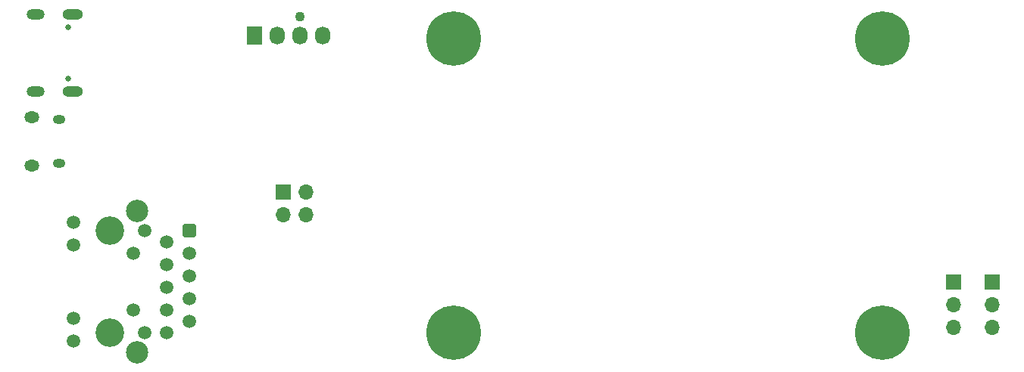
<source format=gbr>
%TF.GenerationSoftware,KiCad,Pcbnew,8.0.4*%
%TF.CreationDate,2024-11-24T01:25:27+11:00*%
%TF.ProjectId,cm4-bare-minimum,636d342d-6261-4726-952d-6d696e696d75,V0.1*%
%TF.SameCoordinates,Original*%
%TF.FileFunction,Soldermask,Bot*%
%TF.FilePolarity,Negative*%
%FSLAX46Y46*%
G04 Gerber Fmt 4.6, Leading zero omitted, Abs format (unit mm)*
G04 Created by KiCad (PCBNEW 8.0.4) date 2024-11-24 01:25:27*
%MOMM*%
%LPD*%
G01*
G04 APERTURE LIST*
G04 Aperture macros list*
%AMRoundRect*
0 Rectangle with rounded corners*
0 $1 Rounding radius*
0 $2 $3 $4 $5 $6 $7 $8 $9 X,Y pos of 4 corners*
0 Add a 4 corners polygon primitive as box body*
4,1,4,$2,$3,$4,$5,$6,$7,$8,$9,$2,$3,0*
0 Add four circle primitives for the rounded corners*
1,1,$1+$1,$2,$3*
1,1,$1+$1,$4,$5*
1,1,$1+$1,$6,$7*
1,1,$1+$1,$8,$9*
0 Add four rect primitives between the rounded corners*
20,1,$1+$1,$2,$3,$4,$5,0*
20,1,$1+$1,$4,$5,$6,$7,0*
20,1,$1+$1,$6,$7,$8,$9,0*
20,1,$1+$1,$8,$9,$2,$3,0*%
G04 Aperture macros list end*
%ADD10C,3.200000*%
%ADD11RoundRect,0.250500X-0.499500X0.499500X-0.499500X-0.499500X0.499500X-0.499500X0.499500X0.499500X0*%
%ADD12C,1.500000*%
%ADD13C,2.500000*%
%ADD14C,1.100000*%
%ADD15R,1.730000X2.030000*%
%ADD16O,1.730000X2.030000*%
%ADD17R,1.700000X1.700000*%
%ADD18O,1.700000X1.700000*%
%ADD19C,0.650000*%
%ADD20O,2.304000X1.204000*%
%ADD21O,2.004000X1.204000*%
%ADD22C,6.100000*%
%ADD23O,1.700000X1.300000*%
%ADD24O,1.400000X1.000000*%
G04 APERTURE END LIST*
D10*
%TO.C,U5*%
X51237500Y-75010000D03*
X51237500Y-86440000D03*
D11*
X60127500Y-75010000D03*
D12*
X57587500Y-76280000D03*
X60127500Y-77550000D03*
X57587500Y-78820000D03*
X60127500Y-80090000D03*
X57587500Y-81360000D03*
X60127500Y-82630000D03*
X57587500Y-83900000D03*
X60127500Y-85170000D03*
X57587500Y-86440000D03*
X55067500Y-75010000D03*
X53797500Y-77550000D03*
X53797500Y-83900000D03*
X55067500Y-86440000D03*
X47177500Y-74095000D03*
X47177500Y-76635000D03*
X47177500Y-84815000D03*
X47177500Y-87355000D03*
D13*
X54287500Y-72850000D03*
X54287500Y-88600000D03*
%TD*%
D14*
%TO.C,J1*%
X72435000Y-51040000D03*
D15*
X67355000Y-53200000D03*
D16*
X69895000Y-53200000D03*
X72435000Y-53200000D03*
X74975000Y-53200000D03*
%TD*%
D17*
%TO.C,J5*%
X145525000Y-80725000D03*
D18*
X145525000Y-83265000D03*
X145525000Y-85805000D03*
%TD*%
D19*
%TO.C,J4*%
X46580000Y-52205000D03*
X46580000Y-57985000D03*
D20*
X47080000Y-50775000D03*
X47080000Y-59415000D03*
D21*
X42900000Y-50775000D03*
X42900000Y-59415000D03*
%TD*%
D17*
%TO.C,J7*%
X70575000Y-70700000D03*
D18*
X73115000Y-70700000D03*
X70575000Y-73240000D03*
X73115000Y-73240000D03*
%TD*%
D22*
%TO.C,Module1*%
X89600000Y-86475000D03*
X137600000Y-86475000D03*
X89600000Y-53475000D03*
X137600000Y-53475000D03*
%TD*%
D23*
%TO.C,J2*%
X42500000Y-62300000D03*
D24*
X45530000Y-62600000D03*
X45530000Y-67450000D03*
D23*
X42500000Y-67750000D03*
%TD*%
D17*
%TO.C,J6*%
X149850000Y-80750000D03*
D18*
X149850000Y-83290000D03*
X149850000Y-85830000D03*
%TD*%
M02*

</source>
